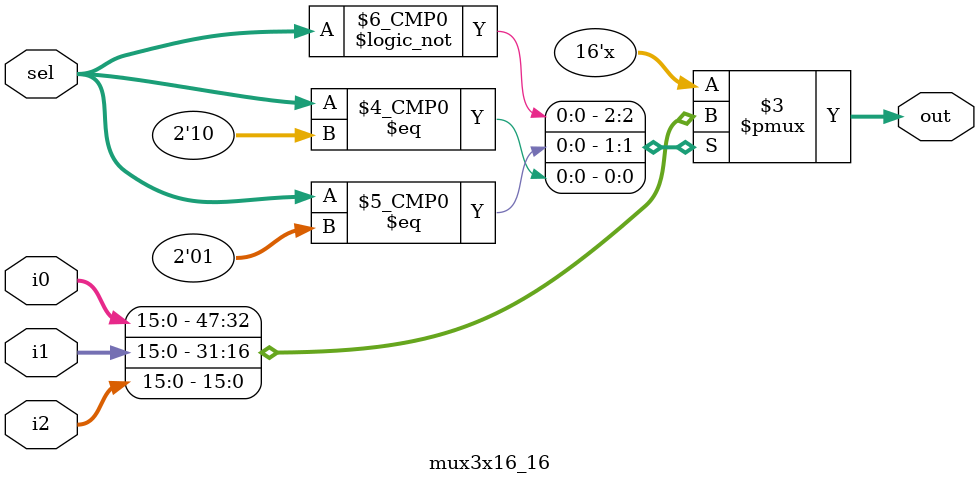
<source format=sv>
`timescale 1ps/1ps
module mux3x16_16(
	input logic [15:0] i0, i1, i2,
	input logic [1:0] sel,
	output logic [15:0] out
);

	always_comb begin
		case(sel)
			2'b00: out = i0;
			2'b01: out = i1;
			2'b10: out = i2;
		endcase
	end
endmodule
</source>
